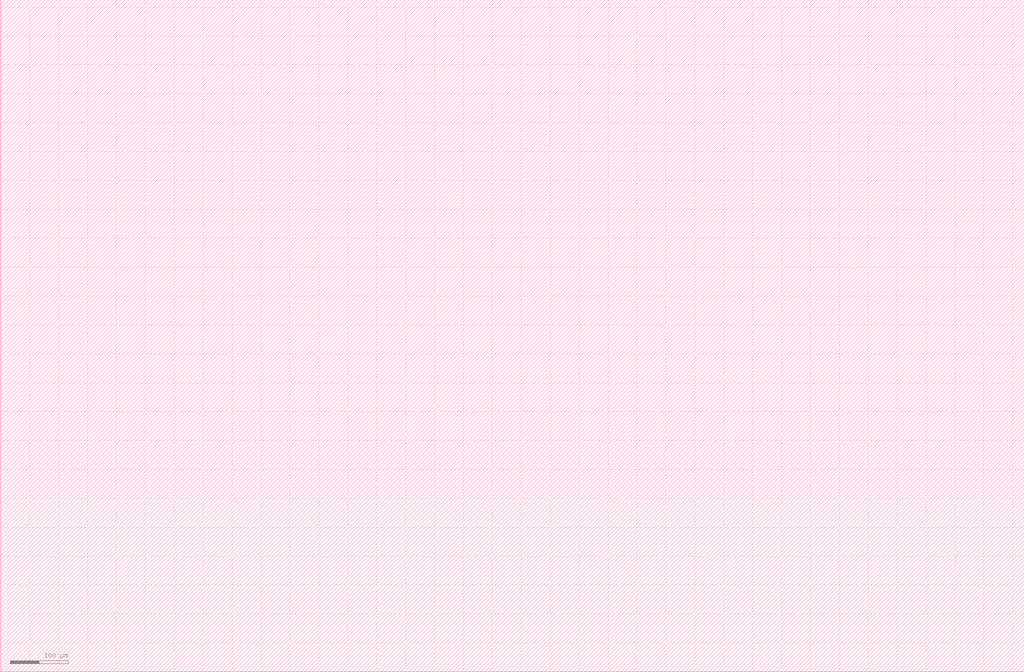
<source format=lef>
MACRO block_126x981_68
   SIZE 47.88 BY 186.39 ;
END block_126x981_68

MACRO block_533x4743_849
   SIZE 202.54 BY 901.17 ;
END block_533x4743_849

MACRO block_416x441_106
   SIZE 158.08 BY 83.79 ;
END block_416x441_106

MACRO block_1024x1296_101
   SIZE 389.12 BY 246.24 ;
END block_1024x1296_101

MACRO block_341x369_78
   SIZE 129.58 BY 70.11 ;
END block_341x369_78

MACRO block_533x1791_321
   SIZE 202.54 BY 340.29 ;
END block_533x1791_321

MACRO block_779x3546_628
   SIZE 296.02 BY 673.74 ;
END block_779x3546_628

MACRO block_416x441_108
   SIZE 158.08 BY 83.79 ;
END block_416x441_108

MACRO block_1829x2628_275
   SIZE 695.02 BY 499.32 ;
END block_1829x2628_275

MACRO block_341x369_84
   SIZE 129.58 BY 70.11 ;
END block_341x369_84

MACRO block_1338x2115_224
   SIZE 508.44 BY 401.85 ;
END block_1338x2115_224

MACRO block_341x369_82
   SIZE 129.58 BY 70.11 ;
END block_341x369_82

MACRO block_1338x2799_288
   SIZE 508.44 BY 531.81 ;
END block_1338x2799_288

MACRO block_546x675_103
   SIZE 207.48 BY 128.25 ;
END block_546x675_103

MACRO block_4656x6120_609
   SIZE 1769.28 BY 1162.8 ;
END block_4656x6120_609

MACRO block_646x2655_74
   SIZE 245.48 BY 504.45 ;
END block_646x2655_74

MACRO block_779x2529_460
   SIZE 296.02 BY 480.51 ;
END block_779x2529_460

MACRO block_341x369_80
   SIZE 129.58 BY 70.11 ;
END block_341x369_80

MACRO block_1338x4491_807
   SIZE 508.44 BY 853.29 ;
END block_1338x4491_807

MACRO block_416x441_110
   SIZE 158.08 BY 83.79 ;
END block_416x441_110

MACRO block_1338x6147_608
   SIZE 508.44 BY 1167.93 ;
END block_1338x6147_608

MACRO block_416x441_118
   SIZE 158.08 BY 83.79 ;
END block_416x441_118

MACRO block_779x1467_106
   SIZE 296.02 BY 278.73 ;
END block_779x1467_106

MACRO block_546x675_107
   SIZE 207.48 BY 128.25 ;
END block_546x675_107

MACRO block_341x369_76
   SIZE 129.58 BY 70.11 ;
END block_341x369_76

MACRO block_414x1071_178
   SIZE 157.32 BY 203.49 ;
END block_414x1071_178

MACRO block_341x369_72
   SIZE 129.58 BY 70.11 ;
END block_341x369_72

MACRO block_535x747_102
   SIZE 203.3 BY 141.93 ;
END block_535x747_102

MACRO block_197x171_32
   SIZE 74.86 BY 32.49 ;
END block_197x171_32

MACRO block_671x747_104
   SIZE 254.98 BY 141.93 ;
END block_671x747_104

MACRO block_546x675_83
   SIZE 207.48 BY 128.25 ;
END block_546x675_83

MACRO block_197x171_33
   SIZE 74.86 BY 32.49 ;
END block_197x171_33

MACRO block_779x1125_90
   SIZE 296.02 BY 213.75 ;
END block_779x1125_90

MACRO block_159x2349_160
   SIZE 60.42 BY 446.31 ;
END block_159x2349_160

MACRO block_252x2349_162
   SIZE 95.76 BY 446.31 ;
END block_252x2349_162

MACRO block_348x2349_165
   SIZE 132.24 BY 446.31 ;
END block_348x2349_165

MACRO block_414x1917_342
   SIZE 157.32 BY 364.23 ;
END block_414x1917_342

MACRO block_546x675_77
   SIZE 207.48 BY 128.25 ;
END block_546x675_77

MACRO block_414x2007_358
   SIZE 157.32 BY 381.33 ;
END block_414x2007_358

MACRO block_546x675_97
   SIZE 207.48 BY 128.25 ;
END block_546x675_97

MACRO block_414x2007_358f
   SIZE 157.32 BY 381.33 ;
END block_414x2007_358f

MACRO block_575x801_42
   SIZE 218.5 BY 152.19 ;
END block_575x801_42

MACRO block_737x900_321
   SIZE 280.06 BY 171.0 ;
END block_737x900_321

MACRO block_644x675_89
   SIZE 244.72 BY 128.25 ;
END block_644x675_89

MACRO block_321x324_66
   SIZE 121.98 BY 61.56 ;
END block_321x324_66

MACRO block_567x774_60
   SIZE 215.46 BY 147.06 ;
END block_567x774_60

MACRO block_575x801_43
   SIZE 218.5 BY 152.19 ;
END block_575x801_43

MACRO block_567x774_62
   SIZE 215.46 BY 147.06 ;
END block_567x774_62

MACRO block_575x558_34
   SIZE 218.5 BY 106.02 ;
END block_575x558_34

MACRO block_126x2196_149
   SIZE 47.88 BY 417.24 ;
END block_126x2196_149

MACRO block_126x2196_148
   SIZE 47.88 BY 417.24 ;
END block_126x2196_148

MACRO block_575x315_26
   SIZE 218.5 BY 59.85 ;
END block_575x315_26

MACRO block_575x315_27
   SIZE 218.5 BY 59.85 ;
END block_575x315_27

MACRO block_414x1746_310
   SIZE 157.32 BY 331.74 ;
END block_414x1746_310

MACRO block_341x369_75
   SIZE 129.58 BY 70.11 ;
END block_341x369_75

MACRO block_533x1125_87
   SIZE 202.54 BY 213.75 ;
END block_533x1125_87

MACRO block_341x369_74
   SIZE 129.58 BY 70.11 ;
END block_341x369_74

MACRO block_535x747_102f
   SIZE 203.3 BY 141.93 ;
END block_535x747_102f

MACRO block_546x675_88
   SIZE 207.48 BY 128.25 ;
END block_546x675_88

MACRO block_1100x1125_93
   SIZE 418.0 BY 213.75 ;
END block_1100x1125_93

MACRO block_315x2349_162
   SIZE 119.7 BY 446.31 ;
END block_315x2349_162

MACRO block_737x1152_453
   SIZE 280.06 BY 218.88 ;
END block_737x1152_453

MACRO block_321x315_66
   SIZE 121.98 BY 59.85 ;
END block_321x315_66

MACRO block_737x1845_682
   SIZE 280.06 BY 350.55 ;
END block_737x1845_682

MACRO block_644x666_102
   SIZE 244.72 BY 126.54 ;
END block_644x666_102

MACRO block_535x801_109
   SIZE 203.3 BY 152.19 ;
END block_535x801_109

MACRO block_1338x6831_672
   SIZE 508.44 BY 1297.89 ;
END block_1338x6831_672

MACRO block_416x441_117
   SIZE 158.08 BY 83.79 ;
END block_416x441_117

MACRO block_535x945_130
   SIZE 203.3 BY 179.55 ;
END block_535x945_130

MACRO block_533x1125_122
   SIZE 202.54 BY 213.75 ;
END block_533x1125_122

MACRO block_546x675_102
   SIZE 207.48 BY 128.25 ;
END block_546x675_102

MACRO block_1829x2160_148
   SIZE 695.02 BY 410.4 ;
END block_1829x2160_148

MACRO block_1338x2160_145
   SIZE 508.44 BY 410.4 ;
END block_1338x2160_145

MACRO block_1829x2502_263
   SIZE 695.02 BY 475.38 ;
END block_1829x2502_263

MACRO block_1338x1773_192
   SIZE 508.44 BY 336.87 ;
END block_1338x1773_192

MACRO block_315x1863_130
   SIZE 119.7 BY 353.97 ;
END block_315x1863_130

MACRO block_414x2520_454
   SIZE 157.32 BY 478.8 ;
END block_414x2520_454

MACRO block_737x810_273
   SIZE 280.06 BY 153.9 ;
END block_737x810_273

MACRO block_779x1035_113
   SIZE 296.02 BY 196.65 ;
END block_779x1035_113

MACRO block_546x675_94
   SIZE 207.48 BY 128.25 ;
END block_546x675_94

MACRO block_315x558_44
   SIZE 119.7 BY 106.02 ;
END block_315x558_44

MACRO block_222x1926_135
   SIZE 84.36 BY 365.94 ;
END block_222x1926_135

MACRO block_222x1926_134
   SIZE 84.36 BY 365.94 ;
END block_222x1926_134

MACRO block_222x2349_162
   SIZE 84.36 BY 446.31 ;
END block_222x2349_162

MACRO block_73x72_14
   SIZE 27.74 BY 13.68 ;
END block_73x72_14

MACRO block_23x9_0
   SIZE 8.74 BY 1.71 ;
END block_23x9_0

MACRO block_73x72_15
   SIZE 27.74 BY 13.68 ;
END block_73x72_15

MACRO block_26x9_0
   SIZE 9.88 BY 1.71 ;
END block_26x9_0

MACRO block_100x144_0
   SIZE 38.0 BY 27.36 ;
END block_100x144_0

MACRO block_43x63_0
   SIZE 16.34 BY 11.97 ;
END block_43x63_0

END LIBRARY

</source>
